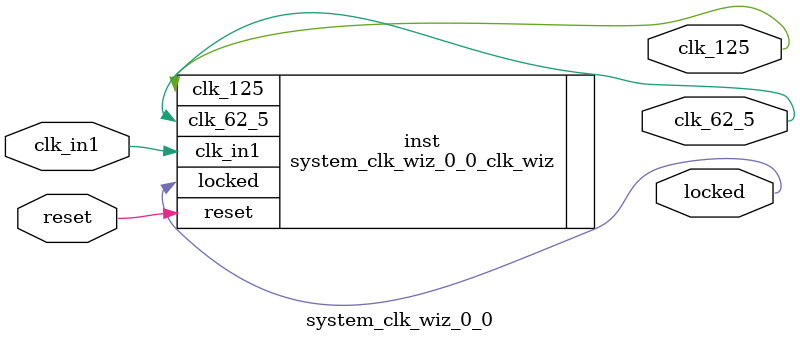
<source format=v>


`timescale 1ps/1ps

(* CORE_GENERATION_INFO = "system_clk_wiz_0_0,clk_wiz_v6_0_5_0_0,{component_name=system_clk_wiz_0_0,use_phase_alignment=true,use_min_o_jitter=false,use_max_i_jitter=false,use_dyn_phase_shift=false,use_inclk_switchover=false,use_dyn_reconfig=false,enable_axi=0,feedback_source=FDBK_AUTO,PRIMITIVE=MMCM,num_out_clk=2,clkin1_period=8.000,clkin2_period=10.000,use_power_down=false,use_reset=true,use_locked=true,use_inclk_stopped=false,feedback_type=SINGLE,CLOCK_MGR_TYPE=NA,manual_override=false}" *)

module system_clk_wiz_0_0 
 (
  // Clock out ports
  output        clk_125,
  output        clk_62_5,
  // Status and control signals
  input         reset,
  output        locked,
 // Clock in ports
  input         clk_in1
 );

  system_clk_wiz_0_0_clk_wiz inst
  (
  // Clock out ports  
  .clk_125(clk_125),
  .clk_62_5(clk_62_5),
  // Status and control signals               
  .reset(reset), 
  .locked(locked),
 // Clock in ports
  .clk_in1(clk_in1)
  );

endmodule

</source>
